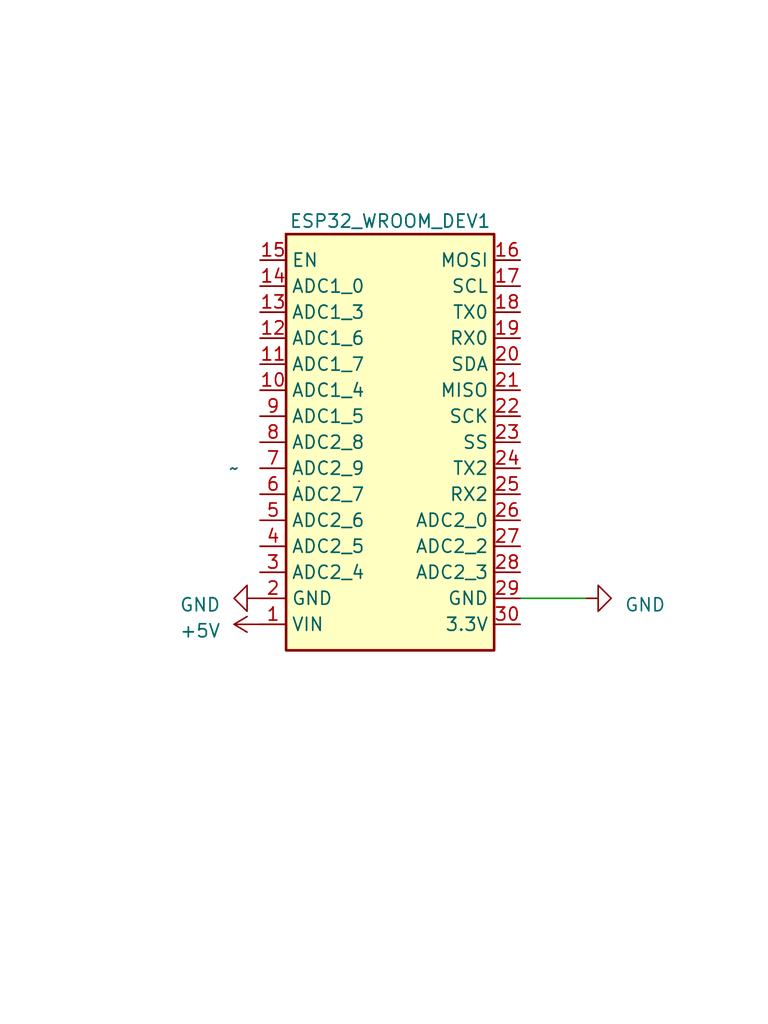
<source format=kicad_sch>
(kicad_sch (version 20230121) (generator eeschema)
  (paper "User" 75.0062 99.9998)
  (lib_symbols
    (symbol "New_Schematics:ESP32_WROOM_DEV"
      (property "Reference" "ESP32_WROOM_DEV" (at 24.13 -8.89 0))
      (symbol "ESP32_WROOM_DEV_0_1"
        (rectangle (start 13.97 -12.7) (end 34.29 -53.34) (stroke (width 0.254)) (fill (type background)))
        (rectangle (start 15.24 -36.83) (end 15.24 -36.83))
      )
      (symbol "ESP32_WROOM_DEV_1_1"
        (pin power_in line (at 11.43 -50.8 0) (length 2.54) (name "VIN") (number "1"))
        (pin bidirectional line (at 11.43 -27.94 0) (length 2.54) (name "ADC1_4") (number "10"))
        (pin bidirectional line (at 11.43 -25.4 0) (length 2.54) (name "ADC1_7") (number "11"))
        (pin bidirectional line (at 11.43 -22.86 0) (length 2.54) (name "ADC1_6") (number "12"))
        (pin bidirectional line (at 11.43 -20.32 0) (length 2.54) (name "ADC1_3") (number "13"))
        (pin bidirectional line (at 11.43 -17.78 0) (length 2.54) (name "ADC1_0") (number "14"))
        (pin power_in line (at 11.43 -15.24 0) (length 2.54) (name "EN") (number "15"))
        (pin bidirectional line (at 36.83 -15.24 180) (length 2.54) (name "MOSI") (number "16"))
        (pin bidirectional line (at 36.83 -17.78 180) (length 2.54) (name "SCL") (number "17"))
        (pin bidirectional line (at 36.83 -20.32 180) (length 2.54) (name "TX0") (number "18"))
        (pin bidirectional line (at 36.83 -22.86 180) (length 2.54) (name "RX0") (number "19"))
        (pin power_in line (at 11.43 -48.26 0) (length 2.54) (name "GND") (number "2"))
        (pin bidirectional line (at 36.83 -25.4 180) (length 2.54) (name "SDA") (number "20"))
        (pin bidirectional line (at 36.83 -27.94 180) (length 2.54) (name "MISO") (number "21"))
        (pin bidirectional line (at 36.83 -30.48 180) (length 2.54) (name "SCK") (number "22"))
        (pin bidirectional line (at 36.83 -33.02 180) (length 2.54) (name "SS") (number "23"))
        (pin bidirectional line (at 36.83 -35.56 180) (length 2.54) (name "TX2") (number "24"))
        (pin bidirectional line (at 36.83 -38.1 180) (length 2.54) (name "RX2") (number "25"))
        (pin bidirectional line (at 36.83 -40.64 180) (length 2.54) (name "ADC2_0") (number "26"))
        (pin bidirectional line (at 36.83 -43.18 180) (length 2.54) (name "ADC2_2") (number "27"))
        (pin bidirectional line (at 36.83 -45.72 180) (length 2.54) (name "ADC2_3") (number "28"))
        (pin power_in line (at 36.83 -48.26 180) (length 2.54) (name "GND") (number "29"))
        (pin bidirectional line (at 11.43 -45.72 0) (length 2.54) (name "ADC2_4") (number "3"))
        (pin power_in line (at 36.83 -50.8 180) (length 2.54) (name "3.3V") (number "30"))
        (pin bidirectional line (at 11.43 -43.18 0) (length 2.54) (name "ADC2_5") (number "4"))
        (pin bidirectional line (at 11.43 -40.64 0) (length 2.54) (name "ADC2_6") (number "5"))
        (pin bidirectional line (at 11.43 -38.1 0) (length 2.54) (name "ADC2_7") (number "6"))
        (pin bidirectional line (at 11.43 -35.56 0) (length 2.54) (name "ADC2_9") (number "7"))
        (pin bidirectional line (at 11.43 -33.02 0) (length 2.54) (name "ADC2_8") (number "8"))
        (pin bidirectional line (at 11.43 -30.48 0) (length 2.54) (name "ADC1_5") (number "9"))
      )
    )
    (symbol "power:+5V" (power) (pin_names (offset 0))
      (property "Value" "+5V" (at 0 3.556 0))
      (symbol "+5V_0_1"
        (polyline (pts (xy -0.762 1.27) (xy 0 2.54)))
        (polyline (pts (xy 0 0) (xy 0 2.54)))
        (polyline (pts (xy 0 2.54) (xy 0.762 1.27)))
      )
      (symbol "+5V_1_1"
        (pin power_in line (at 0 0 90) (length 0) hide (name "+5V") (number "1"))
      )
    )
    (symbol "power:GND" (power) (pin_names (offset 0))
      (property "Value" "GND" (at 0 -3.81 0))
      (symbol "GND_0_1"
        (polyline (pts (xy 0 0) (xy 0 -1.27) (xy 1.27 -1.27) (xy 0 -2.54) (xy -1.27 -1.27) (xy 0 -1.27)))
      )
      (symbol "GND_1_1"
        (pin power_in line (at 0 0 270) (length 0) hide (name "GND") (number "1"))
      )
    )
  )
  (wire (pts (xy 57.15 58.42) (xy 50.8 58.42)))
  (symbol (lib_id "power:GND") (at 25.4 58.42 270) (unit 1)
    (property "Reference" "#PWR03" (effects hide))
    (property "Value" "GND" (at 21.59 59.055 90) (effects (justify right)))
  )
  (symbol (lib_id "New_Schematics:ESP32_WROOM_DEV") (at 13.97 10.16 0) (unit 1)
    (property "Reference" "ESP32_WROOM_DEV1" (at 38.1 21.59 0))
    (property "Value" "~" (at 22.86 45.72 0))
    (property "Footprint" "PCB_design:ESP32_MODULE" (effects hide))
  )
  (symbol (lib_id "power:+5V") (at 25.4 60.96 90) (unit 1)
    (property "Reference" "#PWR01" (effects hide))
    (property "Value" "+5V" (at 21.59 61.595 90) (effects (justify left)))
  )
  (symbol (lib_id "power:GND") (at 57.15 58.42 90) (unit 1)
    (property "Reference" "#PWR02" (effects hide))
    (property "Value" "GND" (at 60.96 59.055 90) (effects (justify right)))
  )
)
</source>
